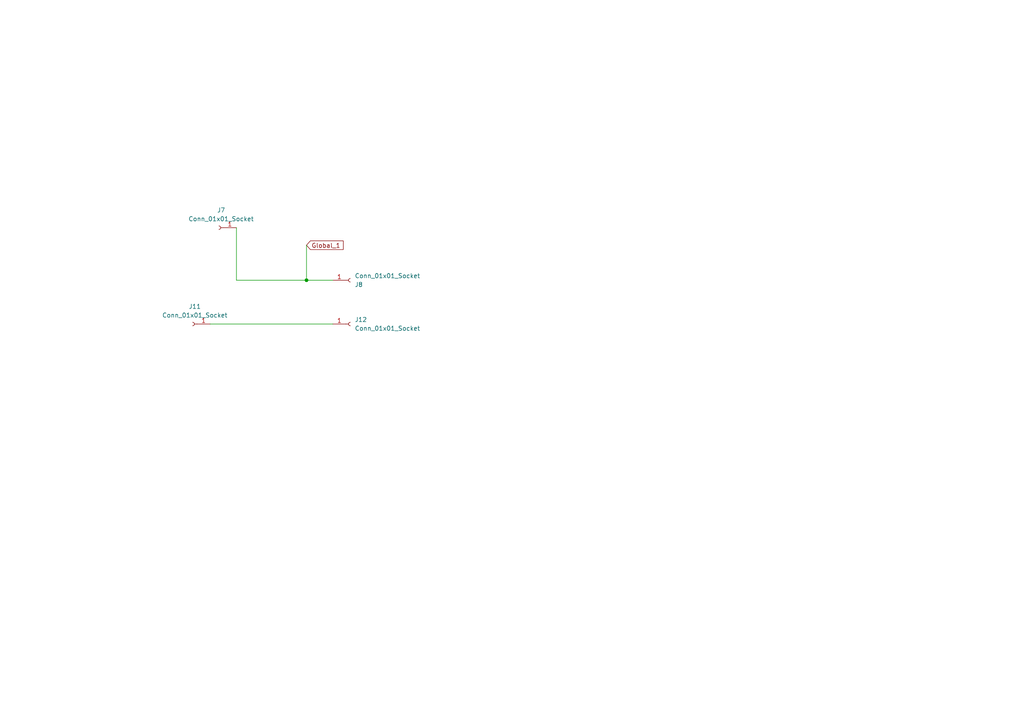
<source format=kicad_sch>
(kicad_sch (version 20231120) (generator "eeschema") (generator_version "8.0")
  (paper "A4")
  (lib_symbols
    (symbol "Connector:Conn_01x01_Socket" (pin_names (offset 1.016) hide)
      (property "Reference" "J" (at 0 2.54 0))
      (property "Value" "Conn_01x01_Socket" (at 0 -2.54 0))
      (symbol "Conn_01x01_Socket_1_1"
        (polyline (pts (xy -1.27 0) (xy -0.508 0)) (stroke (width 0.1524)))
        (arc (start 0 0.508) (mid -0.5058 0) (end 0 -0.508) (stroke (width 0.1524)))
        (pin passive line (at -5.08 0 0) (length 3.81) (name "Pin_1") (number "1"))
      )
    )
  )
  (junction (at 88.9 81.28))
  (wire (pts (xy 60.96 93.98) (xy 96.52 93.98)))
  (wire (pts (xy 88.9 71.12) (xy 88.9 81.28)))
  (wire (pts (xy 88.9 81.28) (xy 96.52 81.28)))
  (wire (pts (xy 68.58 81.28) (xy 88.9 81.28)))
  (wire (pts (xy 68.58 66.04) (xy 68.58 81.28)))
  (global_label "Global_1" (shape input) (at 88.9 71.12 0) (property "Intersheetrefs" "${INTERSHEET_REFS}" (effects (hide yes))))
  (symbol (lib_id "Connector:Conn_01x01_Socket") (at 101.6 93.98 0) (unit 1)
    (property "Reference" "J12" (at 102.87 92.7099 0) (effects (justify left)))
    (property "Value" "Conn_01x01_Socket" (at 102.87 95.2499 0) (effects (justify left)))
    (property "Footprint" "Connector_PinHeader_2.54mm:PinHeader_1x01_P2.54mm_Vertical" (effects (hide yes)))
    (property "Description" "Generic connector, single row, 01x01, script generated" (effects (hide yes)))
  )
  (symbol (lib_id "Connector:Conn_01x01_Socket") (at 55.88 93.98 180) (unit 1)
    (property "Reference" "J11" (at 56.515 88.9 0))
    (property "Value" "Conn_01x01_Socket" (at 56.515 91.44 0))
    (property "Footprint" "Connector_PinHeader_2.54mm:PinHeader_1x01_P2.54mm_Vertical" (effects (hide yes)))
    (property "Description" "Generic connector, single row, 01x01, script generated" (effects (hide yes)))
  )
  (symbol (lib_id "Connector:Conn_01x01_Socket") (at 101.6 81.28 0) (mirror x) (unit 1)
    (property "Reference" "J8" (at 102.87 82.5501 0) (effects (justify left)))
    (property "Value" "Conn_01x01_Socket" (at 102.87 80.0101 0) (effects (justify left)))
    (property "Footprint" "Connector_PinHeader_2.54mm:PinHeader_1x01_P2.54mm_Vertical" (effects (hide yes)))
    (property "Description" "Generic connector, single row, 01x01, script generated" (effects (hide yes)))
  )
  (symbol (lib_id "Connector:Conn_01x01_Socket") (at 63.5 66.04 180) (unit 1)
    (property "Reference" "J7" (at 64.135 60.96 0))
    (property "Value" "Conn_01x01_Socket" (at 64.135 63.5 0))
    (property "Footprint" "Connector_PinHeader_2.54mm:PinHeader_1x01_P2.54mm_Vertical" (effects (hide yes)))
    (property "Description" "Generic connector, single row, 01x01, script generated" (effects (hide yes)))
  )
)
</source>
